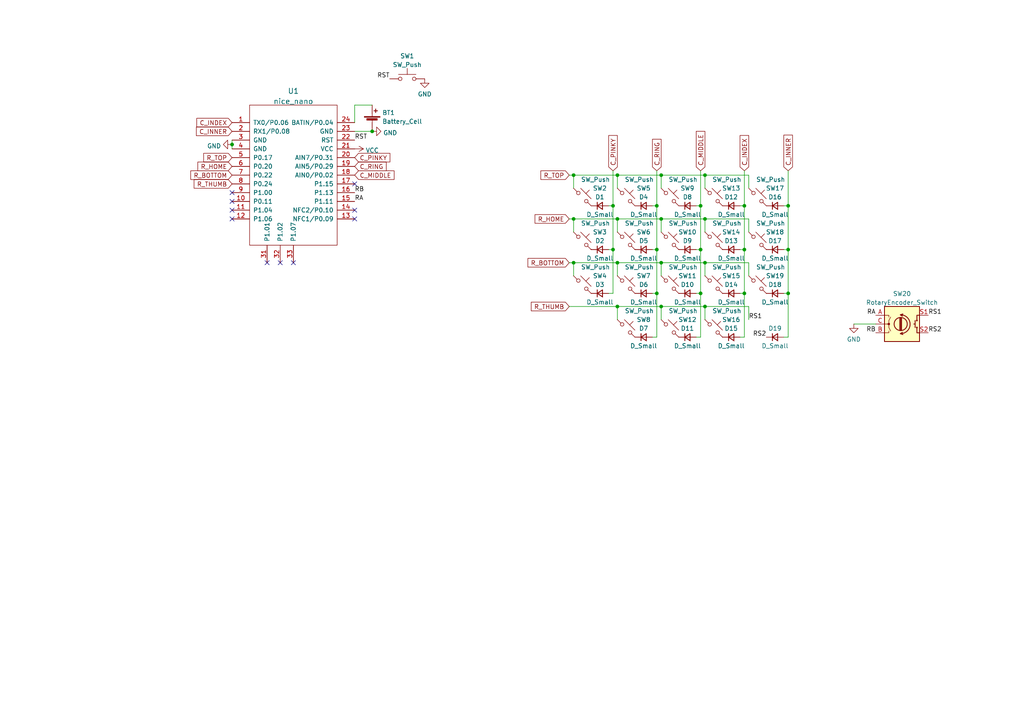
<source format=kicad_sch>
(kicad_sch (version 20211123) (generator eeschema)
  (paper "A4")
  (lib_symbols
    (symbol "Device:Battery_Cell" (pin_numbers hide) (pin_names (offset 0) hide)
      (property "Reference" "BT" (at 2.54 2.54 0))
      (property "Value" "Battery_Cell" (at 2.54 0 0))
      (symbol "Battery_Cell_0_1"
        (rectangle (start -2.286 1.778) (end 2.286 1.524) (fill (type outline)))
        (rectangle (start -1.5748 1.1938) (end 1.4732 0.6858) (fill (type outline)))
        (polyline (pts (xy 0 0.762) (xy 0 0)))
        (polyline (pts (xy 0 1.778) (xy 0 2.54)))
        (polyline (pts (xy 0.508 3.429) (xy 1.524 3.429)) (stroke (width 0.254)))
        (polyline (pts (xy 1.016 3.937) (xy 1.016 2.921)) (stroke (width 0.254)))
      )
      (symbol "Battery_Cell_1_1"
        (pin passive line (at 0 5.08 270) (length 2.54) (name "+") (number "1"))
        (pin passive line (at 0 -2.54 90) (length 2.54) (name "-") (number "2"))
      )
    )
    (symbol "Device:D_Small" (pin_numbers hide) (pin_names (offset 0.254) hide)
      (property "Reference" "D" (at -1.27 2.032 0))
      (property "Value" "D_Small" (at -3.81 -2.032 0))
      (symbol "D_Small_0_1"
        (polyline (pts (xy -0.762 -1.016) (xy -0.762 1.016)) (stroke (width 0.254)))
        (polyline (pts (xy -0.762 0) (xy 0.762 0)))
        (polyline (pts (xy 0.762 -1.016) (xy -0.762 0) (xy 0.762 1.016) (xy 0.762 -1.016)) (stroke (width 0.254)))
      )
      (symbol "D_Small_1_1"
        (pin passive line (at -2.54 0 0) (length 1.778) (name "K") (number "1"))
        (pin passive line (at 2.54 0 180) (length 1.778) (name "A") (number "2"))
      )
    )
    (symbol "Device:RotaryEncoder_Switch" (pin_names (offset 0.254) hide)
      (property "Reference" "SW" (at 0 6.604 0))
      (property "Value" "RotaryEncoder_Switch" (at 0 -6.604 0))
      (symbol "RotaryEncoder_Switch_0_1"
        (rectangle (start -5.08 5.08) (end 5.08 -5.08) (stroke (width 0.254)) (fill (type background)))
        (circle (center -3.81 0) (radius 0.254) (fill (type outline)))
        (arc (start -0.381 -2.794) (mid 2.3622 -0.0508) (end -0.381 2.667) (stroke (width 0.254)))
        (circle (center -0.381 0) (radius 1.905) (stroke (width 0.254)))
        (polyline (pts (xy -0.635 -1.778) (xy -0.635 1.778)) (stroke (width 0.254)))
        (polyline (pts (xy -0.381 -1.778) (xy -0.381 1.778)) (stroke (width 0.254)))
        (polyline (pts (xy -0.127 1.778) (xy -0.127 -1.778)) (stroke (width 0.254)))
        (polyline (pts (xy 3.81 0) (xy 3.429 0)) (stroke (width 0.254)))
        (polyline (pts (xy 3.81 1.016) (xy 3.81 -1.016)) (stroke (width 0.254)))
        (polyline (pts (xy -5.08 -2.54) (xy -3.81 -2.54) (xy -3.81 -2.032)))
        (polyline (pts (xy -5.08 2.54) (xy -3.81 2.54) (xy -3.81 2.032)))
        (polyline (pts (xy 0.254 -3.048) (xy -0.508 -2.794) (xy 0.127 -2.413)) (stroke (width 0.254)))
        (polyline (pts (xy 0.254 2.921) (xy -0.508 2.667) (xy 0.127 2.286)) (stroke (width 0.254)))
        (polyline (pts (xy 5.08 -2.54) (xy 4.318 -2.54) (xy 4.318 -1.016)) (stroke (width 0.254)))
        (polyline (pts (xy 5.08 2.54) (xy 4.318 2.54) (xy 4.318 1.016)) (stroke (width 0.254)))
        (polyline (pts (xy -5.08 0) (xy -3.81 0) (xy -3.81 -1.016) (xy -3.302 -2.032)))
        (polyline (pts (xy -4.318 0) (xy -3.81 0) (xy -3.81 1.016) (xy -3.302 2.032)))
        (circle (center 4.318 -1.016) (radius 0.127) (stroke (width 0.254)))
        (circle (center 4.318 1.016) (radius 0.127) (stroke (width 0.254)))
      )
      (symbol "RotaryEncoder_Switch_1_1"
        (pin passive line (at -7.62 2.54 0) (length 2.54) (name "A") (number "A"))
        (pin passive line (at -7.62 -2.54 0) (length 2.54) (name "B") (number "B"))
        (pin passive line (at -7.62 0 0) (length 2.54) (name "C") (number "C"))
        (pin passive line (at 7.62 2.54 180) (length 2.54) (name "S1") (number "S1"))
        (pin passive line (at 7.62 -2.54 180) (length 2.54) (name "S2") (number "S2"))
      )
    )
    (symbol "Switch:SW_Push" (pin_numbers hide) (pin_names (offset 1.016) hide)
      (property "Reference" "SW" (at 1.27 2.54 0))
      (property "Value" "SW_Push" (at 0 -1.524 0))
      (symbol "SW_Push_0_1"
        (circle (center -2.032 0) (radius 0.508))
        (polyline (pts (xy 0 1.27) (xy 0 3.048)))
        (polyline (pts (xy 2.54 1.27) (xy -2.54 1.27)))
        (circle (center 2.032 0) (radius 0.508))
        (pin passive line (at -5.08 0 0) (length 2.54) (name "1") (number "1"))
        (pin passive line (at 5.08 0 180) (length 2.54) (name "2") (number "2"))
      )
    )
    (symbol "Switch:SW_Push_45deg" (pin_numbers hide) (pin_names (offset 1.016) hide)
      (property "Reference" "SW" (at 3.048 1.016 0))
      (property "Value" "SW_Push_45deg" (at 0 -3.81 0))
      (symbol "SW_Push_45deg_0_1"
        (circle (center -1.1684 1.1684) (radius 0.508))
        (polyline (pts (xy -0.508 2.54) (xy 2.54 -0.508)))
        (polyline (pts (xy 1.016 1.016) (xy 2.032 2.032)))
        (polyline (pts (xy -2.54 2.54) (xy -1.524 1.524) (xy -1.524 1.524)))
        (polyline (pts (xy 1.524 -1.524) (xy 2.54 -2.54) (xy 2.54 -2.54) (xy 2.54 -2.54)))
        (circle (center 1.143 -1.1938) (radius 0.508))
        (pin passive line (at -2.54 2.54 0) (length 0) (name "1") (number "1"))
        (pin passive line (at 2.54 -2.54 180) (length 0) (name "2") (number "2"))
      )
    )
    (symbol "nice_nano:nice_nano" (pin_names (offset 1.016))
      (property "Reference" "U" (at 0 0 0))
      (property "Value" "nice_nano" (at 0 2.54 0))
      (symbol "nice_nano_0_1"
        (rectangle (start -12.7 -21.59) (end 12.7 19.05))
      )
      (symbol "nice_nano_1_1"
        (pin input line (at -17.78 13.97 0) (length 5.08) (name "TX0/P0.06") (number "1"))
        (pin input line (at -17.78 -8.89 0) (length 5.08) (name "P0.11") (number "10"))
        (pin input line (at -17.78 -11.43 0) (length 5.08) (name "P1.04") (number "11"))
        (pin input line (at -17.78 -13.97 0) (length 5.08) (name "P1.06") (number "12"))
        (pin input line (at 17.78 -13.97 180) (length 5.08) (name "NFC1/P0.09") (number "13"))
        (pin input line (at 17.78 -11.43 180) (length 5.08) (name "NFC2/P0.10") (number "14"))
        (pin input line (at 17.78 -8.89 180) (length 5.08) (name "P1.11") (number "15"))
        (pin input line (at 17.78 -6.35 180) (length 5.08) (name "P1.13") (number "16"))
        (pin input line (at 17.78 -3.81 180) (length 5.08) (name "P1.15") (number "17"))
        (pin input line (at 17.78 -1.27 180) (length 5.08) (name "AIN0/P0.02") (number "18"))
        (pin input line (at 17.78 1.27 180) (length 5.08) (name "AIN5/P0.29") (number "19"))
        (pin input line (at -17.78 11.43 0) (length 5.08) (name "RX1/P0.08") (number "2"))
        (pin input line (at 17.78 3.81 180) (length 5.08) (name "AIN7/P0.31") (number "20"))
        (pin input line (at 17.78 6.35 180) (length 5.08) (name "VCC") (number "21"))
        (pin input line (at 17.78 8.89 180) (length 5.08) (name "RST") (number "22"))
        (pin input line (at 17.78 11.43 180) (length 5.08) (name "GND") (number "23"))
        (pin input line (at 17.78 13.97 180) (length 5.08) (name "BATIN/P0.04") (number "24"))
        (pin input line (at -17.78 8.89 0) (length 5.08) (name "GND") (number "3"))
        (pin input line (at -7.62 -26.67 90) (length 5.08) (name "P1.01") (number "31"))
        (pin input line (at -3.81 -26.67 90) (length 5.08) (name "P1.02") (number "32"))
        (pin input line (at 0 -26.67 90) (length 5.08) (name "P1.07") (number "33"))
        (pin input line (at -17.78 6.35 0) (length 5.08) (name "GND") (number "4"))
        (pin input line (at -17.78 3.81 0) (length 5.08) (name "P0.17") (number "5"))
        (pin input line (at -17.78 1.27 0) (length 5.08) (name "P0.20") (number "6"))
        (pin input line (at -17.78 -1.27 0) (length 5.08) (name "P0.22") (number "7"))
        (pin input line (at -17.78 -3.81 0) (length 5.08) (name "P0.24") (number "8"))
        (pin input line (at -17.78 -6.35 0) (length 5.08) (name "P1.00") (number "9"))
      )
    )
    (symbol "power:GND" (power) (pin_names (offset 0))
      (property "Value" "GND" (at 0 -3.81 0))
      (symbol "GND_0_1"
        (polyline (pts (xy 0 0) (xy 0 -1.27) (xy 1.27 -1.27) (xy 0 -2.54) (xy -1.27 -1.27) (xy 0 -1.27)))
      )
      (symbol "GND_1_1"
        (pin power_in line (at 0 0 270) (length 0) hide (name "GND") (number "1"))
      )
    )
    (symbol "power:VCC" (power) (pin_names (offset 0))
      (property "Value" "VCC" (at 0 3.81 0))
      (symbol "VCC_0_1"
        (polyline (pts (xy -0.762 1.27) (xy 0 2.54)))
        (polyline (pts (xy 0 0) (xy 0 2.54)))
        (polyline (pts (xy 0 2.54) (xy 0.762 1.27)))
      )
      (symbol "VCC_1_1"
        (pin power_in line (at 0 0 90) (length 0) hide (name "VCC") (number "1"))
      )
    )
  )
  (junction (at 215.9 85.09))
  (junction (at 166.37 50.8))
  (junction (at 191.77 88.9))
  (junction (at 177.8 59.69))
  (junction (at 228.6 85.09))
  (junction (at 179.07 88.9))
  (junction (at 191.77 76.2))
  (junction (at 179.07 50.8))
  (junction (at 190.5 85.09))
  (junction (at 179.07 76.2))
  (junction (at 203.2 59.69))
  (junction (at 191.77 50.8))
  (junction (at 190.5 72.39))
  (junction (at 190.5 59.69))
  (junction (at 204.47 63.5))
  (junction (at 204.47 50.8))
  (junction (at 166.37 63.5))
  (junction (at 228.6 59.69))
  (junction (at 179.07 63.5))
  (junction (at 191.77 63.5))
  (junction (at 166.37 76.2))
  (junction (at 204.47 88.9))
  (junction (at 107.95 38.1))
  (junction (at 228.6 72.39))
  (junction (at 177.8 72.39))
  (junction (at 215.9 59.69))
  (junction (at 203.2 85.09))
  (junction (at 203.2 72.39))
  (junction (at 215.9 72.39))
  (junction (at 67.31 41.91))
  (junction (at 204.47 76.2))
  (no_connect (at 102.87 60.96))
  (no_connect (at 67.31 63.5))
  (no_connect (at 67.31 60.96))
  (no_connect (at 67.31 58.42))
  (no_connect (at 102.87 63.5))
  (no_connect (at 85.09 76.2))
  (no_connect (at 81.28 76.2))
  (no_connect (at 77.47 76.2))
  (no_connect (at 102.87 53.34))
  (no_connect (at 67.31 55.88))
  (wire (pts (xy 201.93 59.69) (xy 203.2 59.69)))
  (wire (pts (xy 227.33 72.39) (xy 228.6 72.39)))
  (wire (pts (xy 203.2 72.39) (xy 203.2 85.09)))
  (wire (pts (xy 204.47 88.9) (xy 217.17 88.9)))
  (wire (pts (xy 204.47 88.9) (xy 204.47 92.71)))
  (wire (pts (xy 67.31 40.64) (xy 67.31 41.91)))
  (wire (pts (xy 179.07 88.9) (xy 179.07 92.71)))
  (wire (pts (xy 227.33 85.09) (xy 228.6 85.09)))
  (wire (pts (xy 204.47 76.2) (xy 204.47 80.01)))
  (wire (pts (xy 176.53 59.69) (xy 177.8 59.69)))
  (wire (pts (xy 190.5 49.53) (xy 190.5 59.69)))
  (wire (pts (xy 203.2 85.09) (xy 203.2 97.79)))
  (wire (pts (xy 107.95 30.48) (xy 102.87 30.48)))
  (wire (pts (xy 191.77 63.5) (xy 191.77 67.31)))
  (wire (pts (xy 228.6 59.69) (xy 228.6 72.39)))
  (wire (pts (xy 165.1 63.5) (xy 166.37 63.5)))
  (wire (pts (xy 179.07 88.9) (xy 191.77 88.9)))
  (wire (pts (xy 191.77 63.5) (xy 204.47 63.5)))
  (wire (pts (xy 102.87 38.1) (xy 107.95 38.1)))
  (wire (pts (xy 215.9 49.53) (xy 215.9 59.69)))
  (wire (pts (xy 203.2 59.69) (xy 203.2 72.39)))
  (wire (pts (xy 191.77 76.2) (xy 204.47 76.2)))
  (wire (pts (xy 214.63 85.09) (xy 215.9 85.09)))
  (wire (pts (xy 179.07 63.5) (xy 179.07 67.31)))
  (wire (pts (xy 190.5 59.69) (xy 190.5 72.39)))
  (wire (pts (xy 191.77 88.9) (xy 191.77 92.71)))
  (wire (pts (xy 166.37 63.5) (xy 179.07 63.5)))
  (wire (pts (xy 189.23 72.39) (xy 190.5 72.39)))
  (wire (pts (xy 227.33 97.79) (xy 228.6 97.79)))
  (wire (pts (xy 215.9 72.39) (xy 215.9 85.09)))
  (wire (pts (xy 191.77 50.8) (xy 191.77 54.61)))
  (wire (pts (xy 165.1 88.9) (xy 179.07 88.9)))
  (wire (pts (xy 179.07 63.5) (xy 191.77 63.5)))
  (wire (pts (xy 189.23 59.69) (xy 190.5 59.69)))
  (wire (pts (xy 189.23 85.09) (xy 190.5 85.09)))
  (wire (pts (xy 191.77 88.9) (xy 204.47 88.9)))
  (wire (pts (xy 190.5 85.09) (xy 190.5 97.79)))
  (wire (pts (xy 247.65 93.98) (xy 254 93.98)))
  (wire (pts (xy 165.1 76.2) (xy 166.37 76.2)))
  (wire (pts (xy 214.63 72.39) (xy 215.9 72.39)))
  (wire (pts (xy 190.5 72.39) (xy 190.5 85.09)))
  (wire (pts (xy 166.37 76.2) (xy 179.07 76.2)))
  (wire (pts (xy 217.17 88.9) (xy 217.17 92.71)))
  (wire (pts (xy 179.07 50.8) (xy 179.07 54.61)))
  (wire (pts (xy 179.07 76.2) (xy 179.07 80.01)))
  (wire (pts (xy 228.6 85.09) (xy 228.6 97.79)))
  (wire (pts (xy 67.31 41.91) (xy 67.31 43.18)))
  (wire (pts (xy 204.47 50.8) (xy 217.17 50.8)))
  (wire (pts (xy 191.77 76.2) (xy 191.77 80.01)))
  (wire (pts (xy 217.17 63.5) (xy 217.17 67.31)))
  (wire (pts (xy 228.6 72.39) (xy 228.6 85.09)))
  (wire (pts (xy 166.37 63.5) (xy 166.37 67.31)))
  (wire (pts (xy 201.93 72.39) (xy 203.2 72.39)))
  (wire (pts (xy 217.17 50.8) (xy 217.17 54.61)))
  (wire (pts (xy 201.93 85.09) (xy 203.2 85.09)))
  (wire (pts (xy 204.47 76.2) (xy 217.17 76.2)))
  (wire (pts (xy 191.77 50.8) (xy 204.47 50.8)))
  (wire (pts (xy 201.93 97.79) (xy 203.2 97.79)))
  (wire (pts (xy 177.8 72.39) (xy 177.8 85.09)))
  (wire (pts (xy 179.07 50.8) (xy 191.77 50.8)))
  (wire (pts (xy 179.07 76.2) (xy 191.77 76.2)))
  (wire (pts (xy 204.47 63.5) (xy 204.47 67.31)))
  (wire (pts (xy 217.17 76.2) (xy 217.17 80.01)))
  (wire (pts (xy 177.8 59.69) (xy 177.8 72.39)))
  (wire (pts (xy 215.9 85.09) (xy 215.9 97.79)))
  (wire (pts (xy 227.33 59.69) (xy 228.6 59.69)))
  (wire (pts (xy 177.8 49.53) (xy 177.8 59.69)))
  (wire (pts (xy 176.53 72.39) (xy 177.8 72.39)))
  (wire (pts (xy 102.87 30.48) (xy 102.87 35.56)))
  (wire (pts (xy 204.47 63.5) (xy 217.17 63.5)))
  (wire (pts (xy 166.37 76.2) (xy 166.37 80.01)))
  (wire (pts (xy 214.63 97.79) (xy 215.9 97.79)))
  (wire (pts (xy 176.53 85.09) (xy 177.8 85.09)))
  (wire (pts (xy 189.23 97.79) (xy 190.5 97.79)))
  (wire (pts (xy 166.37 50.8) (xy 179.07 50.8)))
  (wire (pts (xy 215.9 59.69) (xy 215.9 72.39)))
  (wire (pts (xy 204.47 50.8) (xy 204.47 54.61)))
  (wire (pts (xy 228.6 49.53) (xy 228.6 59.69)))
  (wire (pts (xy 214.63 59.69) (xy 215.9 59.69)))
  (wire (pts (xy 165.1 50.8) (xy 166.37 50.8)))
  (wire (pts (xy 166.37 50.8) (xy 166.37 54.61)))
  (wire (pts (xy 203.2 49.53) (xy 203.2 59.69)))
  (label "RS1" (at 269.24 91.44 0))
  (label "RA" (at 102.87 58.42 0))
  (label "RS1" (at 217.17 92.71 0))
  (label "RB" (at 102.87 55.88 0))
  (label "RS2" (at 222.25 97.79 180))
  (label "RS2" (at 269.24 96.52 0))
  (label "RST" (at 102.87 40.64 0))
  (label "RB" (at 254 96.52 180))
  (label "RA" (at 254 91.44 180))
  (label "RST" (at 113.03 22.86 180))
  (global_label "C_MIDDLE" (shape input) (at 203.2 49.53 90) (property "Intersheet References" "${INTERSHEET_REFS}" (effects hide)))
  (global_label "C_RING" (shape input) (at 190.5 49.53 90) (property "Intersheet References" "${INTERSHEET_REFS}" (effects hide)))
  (global_label "R_BOTTOM" (shape input) (at 67.31 50.8 180) (property "Intersheet References" "${INTERSHEET_REFS}" (effects hide)))
  (global_label "R_HOME" (shape input) (at 165.1 63.5 180) (property "Intersheet References" "${INTERSHEET_REFS}" (effects hide)))
  (global_label "C_MIDDLE" (shape input) (at 102.87 50.8 0) (property "Intersheet References" "${INTERSHEET_REFS}" (effects hide)))
  (global_label "R_THUMB" (shape input) (at 165.1 88.9 180) (property "Intersheet References" "${INTERSHEET_REFS}" (effects hide)))
  (global_label "C_PINKY" (shape input) (at 177.8 49.53 90) (property "Intersheet References" "${INTERSHEET_REFS}" (effects hide)))
  (global_label "C_INDEX" (shape input) (at 67.31 35.56 180) (property "Intersheet References" "${INTERSHEET_REFS}" (effects hide)))
  (global_label "C_RING" (shape input) (at 102.87 48.26 0) (property "Intersheet References" "${INTERSHEET_REFS}" (effects hide)))
  (global_label "C_INNER" (shape input) (at 228.6 49.53 90) (property "Intersheet References" "${INTERSHEET_REFS}" (effects hide)))
  (global_label "C_INDEX" (shape input) (at 215.9 49.53 90) (property "Intersheet References" "${INTERSHEET_REFS}" (effects hide)))
  (global_label "R_BOTTOM" (shape input) (at 165.1 76.2 180) (property "Intersheet References" "${INTERSHEET_REFS}" (effects hide)))
  (global_label "C_PINKY" (shape input) (at 102.87 45.72 0) (property "Intersheet References" "${INTERSHEET_REFS}" (effects hide)))
  (global_label "R_THUMB" (shape input) (at 67.31 53.34 180) (property "Intersheet References" "${INTERSHEET_REFS}" (effects hide)))
  (global_label "C_INNER" (shape input) (at 67.31 38.1 180) (property "Intersheet References" "${INTERSHEET_REFS}" (effects hide)))
  (global_label "R_TOP" (shape input) (at 165.1 50.8 180) (property "Intersheet References" "${INTERSHEET_REFS}" (effects hide)))
  (global_label "R_TOP" (shape input) (at 67.31 45.72 180) (property "Intersheet References" "${INTERSHEET_REFS}" (effects hide)))
  (global_label "R_HOME" (shape input) (at 67.31 48.26 180) (property "Intersheet References" "${INTERSHEET_REFS}" (effects hide)))
  (symbol (lib_id "Device:D_Small") (at 173.99 59.69 0) (unit 1)
    (property "Reference" "D1" (at 173.99 57.15 0))
    (property "Value" "D_Small" (at 173.99 62.23 0))
    (property "Footprint" "1N4148:DIOAD829W49L456D191" (effects hide))
  )
  (symbol (lib_id "Device:D_Small") (at 199.39 97.79 0) (unit 1)
    (property "Reference" "D11" (at 199.39 95.25 0))
    (property "Value" "D_Small" (at 199.39 100.33 0))
    (property "Footprint" "1N4148:DIOAD829W49L456D191" (effects hide))
  )
  (symbol (lib_id "Device:D_Small") (at 212.09 72.39 0) (unit 1)
    (property "Reference" "D13" (at 212.09 69.85 0))
    (property "Value" "D_Small" (at 212.09 74.93 0))
    (property "Footprint" "1N4148:DIOAD829W49L456D191" (effects hide))
  )
  (symbol (lib_id "Switch:SW_Push_45deg") (at 219.71 82.55 0) (unit 1)
    (property "Reference" "SW19" (at 224.79 80.01 0))
    (property "Value" "SW_Push" (at 223.52 77.47 0))
    (property "Footprint" "mbk:Choc-1u" (effects hide))
  )
  (symbol (lib_id "power:GND") (at 67.31 41.91 270) (unit 1)
    (property "Reference" "#PWR0102" (effects hide))
    (property "Value" "GND" (at 64.1351 42.3438 90) (effects (justify right)))
  )
  (symbol (lib_id "Device:D_Small") (at 199.39 85.09 0) (unit 1)
    (property "Reference" "D10" (at 199.39 82.55 0))
    (property "Value" "D_Small" (at 199.39 87.63 0))
    (property "Footprint" "1N4148:DIOAD829W49L456D191" (effects hide))
  )
  (symbol (lib_id "Switch:SW_Push") (at 118.11 22.86 0) (unit 1)
    (property "Reference" "SW1" (at 118.11 16.2392 0))
    (property "Value" "SW_Push" (at 118.11 18.7761 0))
    (property "Footprint" "Button_Switch_THT:SW_PUSH_6mm" (effects hide))
  )
  (symbol (lib_id "Device:D_Small") (at 224.79 85.09 0) (unit 1)
    (property "Reference" "D18" (at 224.79 82.55 0))
    (property "Value" "D_Small" (at 224.79 87.63 0))
    (property "Footprint" "1N4148:DIOAD829W49L456D191" (effects hide))
  )
  (symbol (lib_id "Device:D_Small") (at 224.79 72.39 0) (unit 1)
    (property "Reference" "D17" (at 224.79 69.85 0))
    (property "Value" "D_Small" (at 224.79 74.93 0))
    (property "Footprint" "1N4148:DIOAD829W49L456D191" (effects hide))
  )
  (symbol (lib_id "Switch:SW_Push_45deg") (at 207.01 57.15 0) (unit 1)
    (property "Reference" "SW13" (at 212.09 54.61 0))
    (property "Value" "SW_Push" (at 210.82 52.07 0))
    (property "Footprint" "mbk:Choc-1u" (effects hide))
  )
  (symbol (lib_id "Device:D_Small") (at 212.09 59.69 0) (unit 1)
    (property "Reference" "D12" (at 212.09 57.15 0))
    (property "Value" "D_Small" (at 212.09 62.23 0))
    (property "Footprint" "1N4148:DIOAD829W49L456D191" (effects hide))
  )
  (symbol (lib_id "Switch:SW_Push_45deg") (at 168.91 69.85 0) (unit 1)
    (property "Reference" "SW3" (at 173.99 67.31 0))
    (property "Value" "SW_Push" (at 172.72 64.77 0))
    (property "Footprint" "mbk:Choc-1u" (effects hide))
  )
  (symbol (lib_id "Device:D_Small") (at 186.69 72.39 0) (unit 1)
    (property "Reference" "D5" (at 186.69 69.85 0))
    (property "Value" "D_Small" (at 186.69 74.93 0))
    (property "Footprint" "1N4148:DIOAD829W49L456D191" (effects hide))
  )
  (symbol (lib_id "Switch:SW_Push_45deg") (at 181.61 57.15 0) (unit 1)
    (property "Reference" "SW5" (at 186.69 54.61 0))
    (property "Value" "SW_Push" (at 185.42 52.07 0))
    (property "Footprint" "mbk:Choc-1u" (effects hide))
  )
  (symbol (lib_id "nice_nano:nice_nano") (at 85.09 49.53 0) (unit 1)
    (property "Reference" "U1" (at 85.09 26.3959 0) (effects (font (size 1.524 1.524))))
    (property "Value" "nice_nano" (at 85.09 29.3893 0) (effects (font (size 1.524 1.524))))
    (property "Footprint" "nice-nano:nice_nano" (effects hide))
  )
  (symbol (lib_id "power:VCC") (at 102.87 43.18 270) (unit 1)
    (property "Reference" "#PWR0103" (effects hide))
    (property "Value" "VCC" (at 106.045 43.6138 90) (effects (justify left)))
  )
  (symbol (lib_id "Switch:SW_Push_45deg") (at 219.71 57.15 0) (unit 1)
    (property "Reference" "SW17" (at 224.79 54.61 0))
    (property "Value" "SW_Push" (at 223.52 52.07 0))
    (property "Footprint" "mbk:Choc-1u" (effects hide))
  )
  (symbol (lib_id "Device:RotaryEncoder_Switch") (at 261.62 93.98 0) (unit 1)
    (property "Reference" "SW20" (at 261.62 85.2002 0))
    (property "Value" "RotaryEncoder_Switch" (at 261.62 87.7371 0))
    (property "Footprint" "xenua:EVQWGD001" (effects hide))
  )
  (symbol (lib_id "Switch:SW_Push_45deg") (at 219.71 69.85 0) (unit 1)
    (property "Reference" "SW18" (at 224.79 67.31 0))
    (property "Value" "SW_Push" (at 223.52 64.77 0))
    (property "Footprint" "mbk:Choc-1u" (effects hide))
  )
  (symbol (lib_id "Device:Battery_Cell") (at 107.95 35.56 0) (unit 1)
    (property "Reference" "BT1" (at 110.871 32.6933 0) (effects (justify left)))
    (property "Value" "Battery_Cell" (at 110.871 35.2302 0) (effects (justify left)))
    (property "Footprint" "xenua:BatteryHolder_18650_SMD" (effects hide))
  )
  (symbol (lib_id "Switch:SW_Push_45deg") (at 194.31 69.85 0) (unit 1)
    (property "Reference" "SW10" (at 199.39 67.31 0))
    (property "Value" "SW_Push" (at 198.12 64.77 0))
    (property "Footprint" "mbk:Choc-1u" (effects hide))
  )
  (symbol (lib_id "Switch:SW_Push_45deg") (at 194.31 82.55 0) (unit 1)
    (property "Reference" "SW11" (at 199.39 80.01 0))
    (property "Value" "SW_Push" (at 198.12 77.47 0))
    (property "Footprint" "mbk:Choc-1u" (effects hide))
  )
  (symbol (lib_id "power:GND") (at 247.65 93.98 0) (unit 1)
    (property "Reference" "#PWR0105" (effects hide))
    (property "Value" "GND" (at 247.65 98.4234 0))
  )
  (symbol (lib_id "Device:D_Small") (at 224.79 97.79 0) (unit 1)
    (property "Reference" "D19" (at 224.79 95.25 0))
    (property "Value" "D_Small" (at 224.79 100.33 0))
    (property "Footprint" "1N4148:DIOAD829W49L456D191" (effects hide))
  )
  (symbol (lib_id "Device:D_Small") (at 186.69 59.69 0) (unit 1)
    (property "Reference" "D4" (at 186.69 57.15 0))
    (property "Value" "D_Small" (at 186.69 62.23 0))
    (property "Footprint" "1N4148:DIOAD829W49L456D191" (effects hide))
  )
  (symbol (lib_id "Device:D_Small") (at 199.39 59.69 0) (unit 1)
    (property "Reference" "D8" (at 199.39 57.15 0))
    (property "Value" "D_Small" (at 199.39 62.23 0))
    (property "Footprint" "1N4148:DIOAD829W49L456D191" (effects hide))
  )
  (symbol (lib_id "Device:D_Small") (at 224.79 59.69 0) (unit 1)
    (property "Reference" "D16" (at 224.79 57.15 0))
    (property "Value" "D_Small" (at 224.79 62.23 0))
    (property "Footprint" "1N4148:DIOAD829W49L456D191" (effects hide))
  )
  (symbol (lib_id "Switch:SW_Push_45deg") (at 194.31 57.15 0) (unit 1)
    (property "Reference" "SW9" (at 199.39 54.61 0))
    (property "Value" "SW_Push" (at 198.12 52.07 0))
    (property "Footprint" "mbk:Choc-1u" (effects hide))
  )
  (symbol (lib_id "Switch:SW_Push_45deg") (at 207.01 82.55 0) (unit 1)
    (property "Reference" "SW15" (at 212.09 80.01 0))
    (property "Value" "SW_Push" (at 210.82 77.47 0))
    (property "Footprint" "mbk:Choc-1u" (effects hide))
  )
  (symbol (lib_id "Switch:SW_Push_45deg") (at 207.01 69.85 0) (unit 1)
    (property "Reference" "SW14" (at 212.09 67.31 0))
    (property "Value" "SW_Push" (at 210.82 64.77 0))
    (property "Footprint" "mbk:Choc-1u" (effects hide))
  )
  (symbol (lib_id "Device:D_Small") (at 212.09 85.09 0) (unit 1)
    (property "Reference" "D14" (at 212.09 82.55 0))
    (property "Value" "D_Small" (at 212.09 87.63 0))
    (property "Footprint" "1N4148:DIOAD829W49L456D191" (effects hide))
  )
  (symbol (lib_id "Device:D_Small") (at 186.69 85.09 0) (unit 1)
    (property "Reference" "D6" (at 186.69 82.55 0))
    (property "Value" "D_Small" (at 186.69 87.63 0))
    (property "Footprint" "1N4148:DIOAD829W49L456D191" (effects hide))
  )
  (symbol (lib_id "Device:D_Small") (at 199.39 72.39 0) (unit 1)
    (property "Reference" "D9" (at 199.39 69.85 0))
    (property "Value" "D_Small" (at 199.39 74.93 0))
    (property "Footprint" "1N4148:DIOAD829W49L456D191" (effects hide))
  )
  (symbol (lib_id "Switch:SW_Push_45deg") (at 168.91 57.15 0) (unit 1)
    (property "Reference" "SW2" (at 173.99 54.61 0))
    (property "Value" "SW_Push" (at 172.72 52.07 0))
    (property "Footprint" "mbk:Choc-1u" (effects hide))
  )
  (symbol (lib_id "Device:D_Small") (at 173.99 72.39 0) (unit 1)
    (property "Reference" "D2" (at 173.99 69.85 0))
    (property "Value" "D_Small" (at 173.99 74.93 0))
    (property "Footprint" "1N4148:DIOAD829W49L456D191" (effects hide))
  )
  (symbol (lib_id "Device:D_Small") (at 186.69 97.79 0) (unit 1)
    (property "Reference" "D7" (at 186.69 95.25 0))
    (property "Value" "D_Small" (at 186.69 100.33 0))
    (property "Footprint" "1N4148:DIOAD829W49L456D191" (effects hide))
  )
  (symbol (lib_id "Switch:SW_Push_45deg") (at 181.61 95.25 0) (unit 1)
    (property "Reference" "SW8" (at 186.69 92.71 0))
    (property "Value" "SW_Push" (at 185.42 90.17 0))
    (property "Footprint" "mbk:Choc-1u" (effects hide))
  )
  (symbol (lib_id "Switch:SW_Push_45deg") (at 194.31 95.25 0) (unit 1)
    (property "Reference" "SW12" (at 199.39 92.71 0))
    (property "Value" "SW_Push" (at 198.12 90.17 0))
    (property "Footprint" "mbk:Choc-1u" (effects hide))
  )
  (symbol (lib_id "Switch:SW_Push_45deg") (at 207.01 95.25 0) (unit 1)
    (property "Reference" "SW16" (at 212.09 92.71 0))
    (property "Value" "SW_Push" (at 210.82 90.17 0))
    (property "Footprint" "mbk:Choc-1u" (effects hide))
  )
  (symbol (lib_id "Switch:SW_Push_45deg") (at 168.91 82.55 0) (unit 1)
    (property "Reference" "SW4" (at 173.99 80.01 0))
    (property "Value" "SW_Push" (at 172.72 77.47 0))
    (property "Footprint" "mbk:Choc-1u" (effects hide))
  )
  (symbol (lib_id "power:GND") (at 107.95 38.1 90) (unit 1)
    (property "Reference" "#PWR0104" (effects hide))
    (property "Value" "GND" (at 111.125 38.5338 90) (effects (justify right)))
  )
  (symbol (lib_id "Device:D_Small") (at 173.99 85.09 0) (unit 1)
    (property "Reference" "D3" (at 173.99 82.55 0))
    (property "Value" "D_Small" (at 173.99 87.63 0))
    (property "Footprint" "1N4148:DIOAD829W49L456D191" (effects hide))
  )
  (symbol (lib_id "Device:D_Small") (at 212.09 97.79 0) (unit 1)
    (property "Reference" "D15" (at 212.09 95.25 0))
    (property "Value" "D_Small" (at 212.09 100.33 0))
    (property "Footprint" "1N4148:DIOAD829W49L456D191" (effects hide))
  )
  (symbol (lib_id "Switch:SW_Push_45deg") (at 181.61 82.55 0) (unit 1)
    (property "Reference" "SW7" (at 186.69 80.01 0))
    (property "Value" "SW_Push" (at 185.42 77.47 0))
    (property "Footprint" "mbk:Choc-1u" (effects hide))
  )
  (symbol (lib_id "Switch:SW_Push_45deg") (at 181.61 69.85 0) (unit 1)
    (property "Reference" "SW6" (at 186.69 67.31 0))
    (property "Value" "SW_Push" (at 185.42 64.77 0))
    (property "Footprint" "mbk:Choc-1u" (effects hide))
  )
  (symbol (lib_id "power:GND") (at 123.19 22.86 0) (unit 1)
    (property "Reference" "#PWR0101" (effects hide))
    (property "Value" "GND" (at 123.19 27.3034 0))
  )
)
</source>
